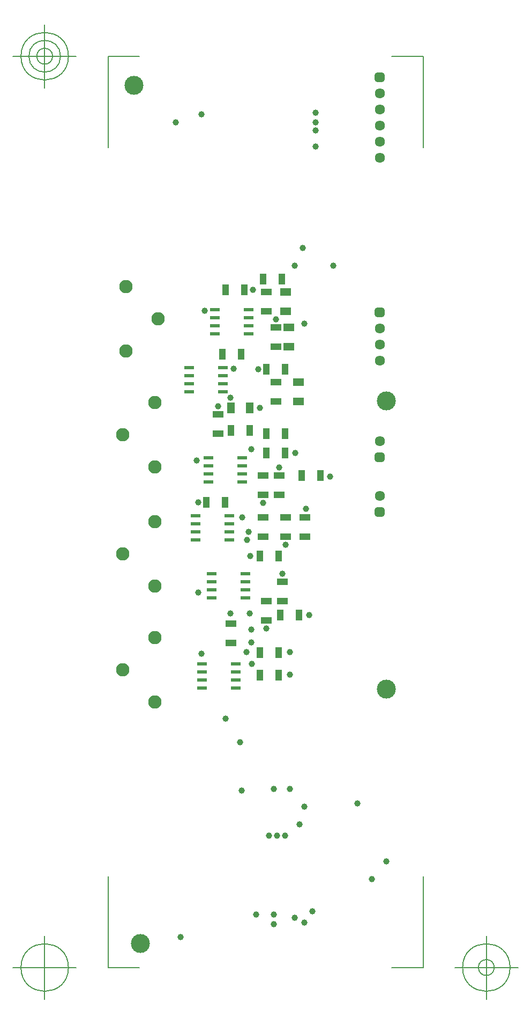
<source format=gbr>
G04 Generated by Ultiboard 14.1 *
%FSLAX34Y34*%
%MOMM*%

%ADD10C,0.0001*%
%ADD11C,0.1270*%
%ADD12C,1.0000*%
%ADD13R,1.0500X1.7500*%
%ADD14R,1.7500X1.0500*%
%ADD15R,1.1500X1.8000*%
%ADD16R,1.8000X1.1500*%
%ADD17R,0.5291X0.5291*%
%ADD18C,0.9949*%
%ADD19C,1.6088*%
%ADD20C,2.1168*%
%ADD21C,3.0000*%
%ADD22R,1.5500X0.6000*%


G04 ColorRGB 9900CC for the following layer *
%LNSolder Mask Bottom*%
%LPD*%
G54D10*
G54D11*
X124460Y-312420D02*
X124460Y-168656D01*
X124460Y-312420D02*
X174244Y-312420D01*
X622300Y-312420D02*
X572516Y-312420D01*
X622300Y-312420D02*
X622300Y-168656D01*
X622300Y1125220D02*
X622300Y981456D01*
X622300Y1125220D02*
X572516Y1125220D01*
X124460Y1125220D02*
X174244Y1125220D01*
X124460Y1125220D02*
X124460Y981456D01*
X74460Y-312420D02*
X-25540Y-312420D01*
X24460Y-362420D02*
X24460Y-262420D01*
X-13040Y-312420D02*
G75*
D01*
G02X-13040Y-312420I37500J0*
G01*
X672300Y-312420D02*
X772300Y-312420D01*
X722300Y-362420D02*
X722300Y-262420D01*
X684800Y-312420D02*
G75*
D01*
G02X684800Y-312420I37500J0*
G01*
X709800Y-312420D02*
G75*
D01*
G02X709800Y-312420I12500J0*
G01*
X74460Y1125220D02*
X-25540Y1125220D01*
X24460Y1075220D02*
X24460Y1175220D01*
X-13040Y1125220D02*
G75*
D01*
G02X-13040Y1125220I37500J0*
G01*
X-540Y1125220D02*
G75*
D01*
G02X-540Y1125220I25000J0*
G01*
X11960Y1125220D02*
G75*
D01*
G02X11960Y1125220I12500J0*
G01*
G54D12*
X386080Y-243840D03*
X386080Y-228600D03*
X419100Y-233680D03*
X434340Y-241300D03*
X518160Y-53340D03*
X335280Y-33020D03*
X386080Y-30480D03*
X332740Y43180D03*
X351555Y166605D03*
X271780Y182880D03*
X342900Y185420D03*
X374415Y222485D03*
X399815Y308845D03*
X349015Y336785D03*
X404895Y354565D03*
X346475Y374885D03*
X336315Y397745D03*
X436880Y411480D03*
X369335Y420605D03*
X394735Y476485D03*
X474980Y462280D03*
X350520Y505460D03*
X420135Y499345D03*
X298215Y573005D03*
X364255Y570465D03*
X317500Y586740D03*
X361715Y631425D03*
X389655Y710165D03*
X441960Y243840D03*
X411480Y149860D03*
X411480Y185420D03*
X419100Y795020D03*
X480060Y795020D03*
X238760Y-264160D03*
X563880Y-144780D03*
X452120Y982980D03*
X231140Y1021080D03*
X452120Y1021080D03*
X452120Y1008380D03*
X271780Y1033780D03*
X452120Y1036320D03*
X411480Y-30480D03*
X358140Y-228600D03*
X447040Y-223520D03*
X541020Y-172720D03*
X378460Y-104140D03*
X391160Y-104140D03*
X403860Y-104140D03*
X431800Y822960D03*
X426720Y-86360D03*
X434340Y-58420D03*
X343935Y362185D03*
X310000Y80000D03*
X266700Y279400D03*
X347980Y246380D03*
X266700Y421640D03*
X317500Y246380D03*
X350520Y220980D03*
X350520Y200660D03*
X264160Y487680D03*
X322580Y632460D03*
X353060Y756920D03*
X276860Y723900D03*
X434340Y703580D03*
G54D13*
X364495Y148825D03*
X394495Y148825D03*
X364495Y336785D03*
X394495Y336785D03*
X430535Y463785D03*
X460535Y463785D03*
X374655Y499345D03*
X404655Y499345D03*
X318775Y534905D03*
X348775Y534905D03*
X374655Y529825D03*
X404655Y529825D03*
X374655Y631425D03*
X404655Y631425D03*
X369575Y773665D03*
X399575Y773665D03*
X396480Y243840D03*
X426480Y243840D03*
X279640Y421640D03*
X309640Y421640D03*
X364495Y184385D03*
X394495Y184385D03*
X305040Y655320D03*
X335040Y655320D03*
X310120Y756920D03*
X340120Y756920D03*
G54D14*
X318535Y199865D03*
X318535Y229865D03*
X374415Y235425D03*
X374415Y265425D03*
X399815Y265905D03*
X399815Y295905D03*
X369335Y367505D03*
X369335Y397505D03*
X404895Y367505D03*
X404895Y397505D03*
X435375Y367505D03*
X435375Y397505D03*
X369335Y433545D03*
X369335Y463545D03*
X394735Y433545D03*
X394735Y463545D03*
X389655Y580865D03*
X389655Y610865D03*
X389655Y667225D03*
X389655Y697225D03*
X374415Y723105D03*
X374415Y753105D03*
X298215Y530065D03*
X298215Y560065D03*
G54D15*
X318775Y570465D03*
X348775Y570465D03*
G54D16*
X425215Y580865D03*
X425215Y610865D03*
X409975Y667225D03*
X409975Y697225D03*
X404895Y723105D03*
X404895Y753105D03*
G54D17*
X553720Y406400D03*
X553720Y721360D03*
X553720Y1092200D03*
X553720Y492760D03*
G54D18*
X551075Y403755D02*
X556365Y403755D01*
X556365Y409045D01*
X551075Y409045D01*
X551075Y403755D01*D02*
X551075Y718715D02*
X556365Y718715D01*
X556365Y724005D01*
X551075Y724005D01*
X551075Y718715D01*D02*
X551075Y1089555D02*
X556365Y1089555D01*
X556365Y1094845D01*
X551075Y1094845D01*
X551075Y1089555D01*D02*
X551075Y490115D02*
X556365Y490115D01*
X556365Y495405D01*
X551075Y495405D01*
X551075Y490115D01*D02*
G54D19*
X553720Y431800D03*
X553720Y670560D03*
X553720Y695960D03*
X553720Y645160D03*
X553720Y1066800D03*
X553720Y1041400D03*
X553720Y990600D03*
X553720Y1016000D03*
X553720Y965200D03*
X553720Y518160D03*
G54D20*
X203200Y711200D03*
X152400Y762000D03*
X152400Y660400D03*
X147320Y528320D03*
X198120Y477520D03*
X198120Y579120D03*
X147320Y340360D03*
X198120Y289560D03*
X198120Y391160D03*
X147320Y157480D03*
X198120Y106680D03*
X198120Y208280D03*
G54D21*
X165100Y1079500D03*
X563880Y581660D03*
X563880Y127000D03*
X175260Y-274320D03*
G54D22*
X272720Y128270D03*
X272720Y140970D03*
X326720Y128270D03*
X326720Y140970D03*
X272720Y153670D03*
X326720Y153670D03*
X272720Y166370D03*
X326720Y166370D03*
X287960Y270510D03*
X287960Y283210D03*
X341960Y270510D03*
X341960Y283210D03*
X287960Y295910D03*
X341960Y295910D03*
X287960Y308610D03*
X341960Y308610D03*
X262560Y361950D03*
X316560Y361950D03*
X262560Y374650D03*
X316560Y374650D03*
X262560Y387350D03*
X262560Y400050D03*
X316560Y387350D03*
X316560Y400050D03*
X282880Y453390D03*
X336880Y453390D03*
X282880Y466090D03*
X282880Y478790D03*
X336880Y466090D03*
X336880Y478790D03*
X282880Y491490D03*
X336880Y491490D03*
X252400Y595630D03*
X306400Y595630D03*
X252400Y608330D03*
X252400Y621030D03*
X306400Y608330D03*
X306400Y621030D03*
X252400Y633730D03*
X306400Y633730D03*
X293040Y699770D03*
X293040Y687070D03*
X347040Y699770D03*
X347040Y687070D03*
X293040Y712470D03*
X347040Y712470D03*
X293040Y725170D03*
X347040Y725170D03*

M02*

</source>
